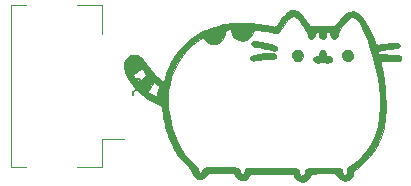
<source format=gbr>
%TF.GenerationSoftware,KiCad,Pcbnew,(5.1.6)-1*%
%TF.CreationDate,2020-09-08T20:54:55+07:00*%
%TF.ProjectId,RX_nrf24,52585f6e-7266-4323-942e-6b696361645f,rev?*%
%TF.SameCoordinates,Original*%
%TF.FileFunction,Legend,Bot*%
%TF.FilePolarity,Positive*%
%FSLAX46Y46*%
G04 Gerber Fmt 4.6, Leading zero omitted, Abs format (unit mm)*
G04 Created by KiCad (PCBNEW (5.1.6)-1) date 2020-09-08 20:54:55*
%MOMM*%
%LPD*%
G01*
G04 APERTURE LIST*
%ADD10C,0.010000*%
%ADD11C,0.120000*%
%ADD12C,0.150000*%
G04 APERTURE END LIST*
D10*
%TO.C,G\u002A\u002A\u002A*%
G36*
X172757238Y-96040081D02*
G01*
X172619901Y-96070710D01*
X172550125Y-96074916D01*
X172504078Y-96112161D01*
X172502500Y-96127999D01*
X172453256Y-96188470D01*
X172431690Y-96191500D01*
X172349831Y-96235070D01*
X172224332Y-96345291D01*
X172161815Y-96410528D01*
X172057202Y-96527345D01*
X171966581Y-96634845D01*
X171868298Y-96760840D01*
X171740696Y-96933143D01*
X171562119Y-97179564D01*
X171550979Y-97195001D01*
X171399918Y-97373446D01*
X171282931Y-97439340D01*
X171245531Y-97436309D01*
X171113948Y-97406995D01*
X170925262Y-97374846D01*
X170880708Y-97368355D01*
X170672398Y-97336953D01*
X170491329Y-97306220D01*
X170467958Y-97301776D01*
X170306031Y-97274940D01*
X170092463Y-97245253D01*
X170026000Y-97237008D01*
X169813669Y-97208393D01*
X169631130Y-97178550D01*
X169590550Y-97170480D01*
X169465641Y-97157876D01*
X169242561Y-97148644D01*
X168950094Y-97142755D01*
X168617022Y-97140177D01*
X168272129Y-97140880D01*
X167944199Y-97144834D01*
X167662015Y-97152006D01*
X167454360Y-97162366D01*
X167361543Y-97172866D01*
X167193660Y-97204000D01*
X166984802Y-97238166D01*
X166952558Y-97243044D01*
X166763557Y-97282395D01*
X166512879Y-97349477D01*
X166232948Y-97433772D01*
X165956187Y-97524760D01*
X165715018Y-97611920D01*
X165541862Y-97684733D01*
X165478902Y-97721183D01*
X165405742Y-97763926D01*
X165390500Y-97753734D01*
X165341273Y-97751922D01*
X165209202Y-97807232D01*
X165017704Y-97907234D01*
X164790198Y-98039497D01*
X164550099Y-98191590D01*
X164490561Y-98231452D01*
X164295703Y-98378023D01*
X164062505Y-98575505D01*
X163811522Y-98803780D01*
X163563310Y-99042732D01*
X163338423Y-99272243D01*
X163157418Y-99472194D01*
X163040849Y-99622470D01*
X163010530Y-99679969D01*
X162957933Y-99784565D01*
X162920378Y-99811000D01*
X162876465Y-99863718D01*
X162792165Y-100003603D01*
X162681878Y-100203246D01*
X162560009Y-100435239D01*
X162440959Y-100672177D01*
X162339131Y-100886650D01*
X162269689Y-101049250D01*
X162214342Y-101191646D01*
X162140332Y-101379188D01*
X162126337Y-101414374D01*
X162073940Y-101562420D01*
X162057196Y-101645775D01*
X162061621Y-101652499D01*
X162056881Y-101701210D01*
X162005052Y-101819983D01*
X161997414Y-101834949D01*
X161943537Y-101971255D01*
X161940749Y-102054633D01*
X161942866Y-102057199D01*
X161965838Y-102098726D01*
X161900799Y-102081303D01*
X161767724Y-102012826D01*
X161647355Y-101940367D01*
X161220374Y-101604885D01*
X161148686Y-101525650D01*
X160439402Y-101525650D01*
X160136826Y-101833012D01*
X159977818Y-101989360D01*
X159852170Y-102103430D01*
X159787242Y-102150437D01*
X159727825Y-102108672D01*
X159622095Y-101990140D01*
X159522009Y-101859789D01*
X159398161Y-101673379D01*
X159351646Y-101553959D01*
X159372757Y-101476036D01*
X159374864Y-101473430D01*
X159472532Y-101382881D01*
X159626012Y-101266064D01*
X159797215Y-101148945D01*
X159948049Y-101057495D01*
X160040422Y-101017682D01*
X160043628Y-101017500D01*
X160110708Y-101066128D01*
X160213862Y-101189659D01*
X160271263Y-101271575D01*
X160439402Y-101525650D01*
X161148686Y-101525650D01*
X160804471Y-101145200D01*
X160482367Y-100691374D01*
X160239291Y-100335580D01*
X160031350Y-100083029D01*
X159843374Y-99920355D01*
X159660190Y-99834190D01*
X159483116Y-99811000D01*
X159124711Y-99861574D01*
X158846214Y-100008249D01*
X158654182Y-100243451D01*
X158555167Y-100559609D01*
X158549348Y-100889821D01*
X158639640Y-101300865D01*
X158839967Y-101737373D01*
X159153310Y-102204306D01*
X159582650Y-102706625D01*
X159739000Y-102869527D01*
X160012174Y-103140916D01*
X160233971Y-103341318D01*
X160436742Y-103495234D01*
X160652842Y-103627166D01*
X160914622Y-103761617D01*
X160921088Y-103764763D01*
X161180246Y-103887974D01*
X161408161Y-103991252D01*
X161573297Y-104060562D01*
X161629971Y-104080230D01*
X161708078Y-104123686D01*
X161757403Y-104223900D01*
X161790715Y-104411541D01*
X161799210Y-104486744D01*
X161837695Y-104790347D01*
X161890681Y-105129501D01*
X161948783Y-105448154D01*
X161997137Y-105668875D01*
X162054501Y-105898902D01*
X162106469Y-106109309D01*
X162119104Y-106161000D01*
X162146873Y-106254849D01*
X162155080Y-106272125D01*
X162180314Y-106338467D01*
X162183750Y-106351500D01*
X162209539Y-106426410D01*
X162212421Y-106430875D01*
X162234012Y-106498089D01*
X162245308Y-106549821D01*
X162285918Y-106682073D01*
X162364496Y-106882085D01*
X162468459Y-107123012D01*
X162585223Y-107378010D01*
X162702204Y-107620233D01*
X162806820Y-107822839D01*
X162886485Y-107958981D01*
X162926268Y-108002500D01*
X162974740Y-108052324D01*
X162977500Y-108076104D01*
X163021005Y-108189044D01*
X163139872Y-108367936D01*
X163316629Y-108592067D01*
X163533806Y-108840723D01*
X163773930Y-109093190D01*
X164019532Y-109328756D01*
X164078699Y-109381663D01*
X164252427Y-109575784D01*
X164311000Y-109745786D01*
X164352375Y-109893493D01*
X164455337Y-110063756D01*
X164491760Y-110107800D01*
X164658585Y-110254425D01*
X164847009Y-110316349D01*
X164934849Y-110324424D01*
X165103879Y-110319846D01*
X165243944Y-110270547D01*
X165403226Y-110155862D01*
X165478209Y-110091371D01*
X165759239Y-109844000D01*
X167873481Y-109844000D01*
X167961283Y-110054140D01*
X168109485Y-110262746D01*
X168344588Y-110382283D01*
X168626722Y-110415500D01*
X168792172Y-110399291D01*
X168921211Y-110332735D01*
X169062689Y-110188937D01*
X169084109Y-110163683D01*
X169295750Y-109911866D01*
X171052111Y-109902372D01*
X171513961Y-109901407D01*
X171935430Y-109903448D01*
X172299478Y-109908179D01*
X172589070Y-109915284D01*
X172787169Y-109924445D01*
X172876736Y-109935347D01*
X172878772Y-109936327D01*
X172920052Y-110014067D01*
X172910648Y-110041947D01*
X172930649Y-110117040D01*
X173023976Y-110240680D01*
X173104633Y-110323309D01*
X173366186Y-110497722D01*
X173642059Y-110550071D01*
X173916986Y-110479392D01*
X174066996Y-110384022D01*
X174206905Y-110243979D01*
X174296356Y-110100116D01*
X174304032Y-110076386D01*
X174340654Y-109990765D01*
X174418108Y-109938286D01*
X174568289Y-109904718D01*
X174733226Y-109884909D01*
X174973704Y-109866855D01*
X175288883Y-109852873D01*
X175626480Y-109845005D01*
X175780435Y-109844000D01*
X176436239Y-109844000D01*
X176531851Y-110028893D01*
X176726717Y-110289029D01*
X176984275Y-110439100D01*
X177248164Y-110479000D01*
X177448915Y-110461941D01*
X177600848Y-110392406D01*
X177747601Y-110263099D01*
X177908109Y-110060212D01*
X177963197Y-109868963D01*
X177963500Y-109852849D01*
X177976891Y-109748214D01*
X178030216Y-109650331D01*
X178143203Y-109536230D01*
X178335580Y-109382944D01*
X178423875Y-109316856D01*
X178905991Y-108920993D01*
X179305379Y-108501176D01*
X179664510Y-108012138D01*
X179701586Y-107954972D01*
X180048560Y-107365019D01*
X180301174Y-106817300D01*
X180471182Y-106284275D01*
X180528366Y-106017510D01*
X180557123Y-105860358D01*
X180598719Y-105634218D01*
X180633445Y-105446010D01*
X180687188Y-105016267D01*
X180711775Y-104490038D01*
X180710689Y-104273261D01*
X180214233Y-104273261D01*
X180159026Y-105131896D01*
X180031990Y-105911401D01*
X179989668Y-106088587D01*
X179780343Y-106722719D01*
X179488990Y-107333961D01*
X179130778Y-107900661D01*
X178720878Y-108401168D01*
X178274462Y-108813831D01*
X177904702Y-109064197D01*
X177672491Y-109209534D01*
X177535578Y-109339393D01*
X177470937Y-109484440D01*
X177455500Y-109662481D01*
X177422958Y-109870574D01*
X177346015Y-109962460D01*
X177193573Y-109990989D01*
X177072274Y-109914863D01*
X177012785Y-109756424D01*
X177011000Y-109718366D01*
X177003521Y-109602673D01*
X176971578Y-109513719D01*
X176900912Y-109448560D01*
X176777262Y-109404254D01*
X176586371Y-109377859D01*
X176313978Y-109366431D01*
X175945825Y-109367028D01*
X175467652Y-109376707D01*
X175367593Y-109379218D01*
X174888330Y-109392434D01*
X174521130Y-109407175D01*
X174251083Y-109427436D01*
X174063276Y-109457210D01*
X173942798Y-109500493D01*
X173874736Y-109561278D01*
X173844179Y-109643561D01*
X173836214Y-109751335D01*
X173836000Y-109789481D01*
X173797824Y-109945890D01*
X173726515Y-110025960D01*
X173574318Y-110053699D01*
X173451980Y-109977945D01*
X173392864Y-109822157D01*
X173391500Y-109790402D01*
X173391175Y-109688488D01*
X173382172Y-109605918D01*
X173352449Y-109540766D01*
X173289965Y-109491103D01*
X173182680Y-109455004D01*
X173018551Y-109430541D01*
X172785537Y-109415788D01*
X172471598Y-109408818D01*
X172064691Y-109407704D01*
X171552776Y-109410520D01*
X171042000Y-109414441D01*
X168851250Y-109431250D01*
X168784528Y-109637672D01*
X168693581Y-109853274D01*
X168597036Y-109946619D01*
X168489463Y-109922449D01*
X168472942Y-109909733D01*
X168394058Y-109783981D01*
X168375000Y-109681075D01*
X168363968Y-109574237D01*
X168321379Y-109491761D01*
X168232994Y-109430569D01*
X168084576Y-109387584D01*
X167861885Y-109359727D01*
X167550685Y-109343922D01*
X167136735Y-109337090D01*
X166778565Y-109336000D01*
X166377476Y-109337843D01*
X166015683Y-109342991D01*
X165713872Y-109350867D01*
X165492728Y-109360895D01*
X165372937Y-109372500D01*
X165361578Y-109375451D01*
X165270362Y-109456940D01*
X165179633Y-109605991D01*
X165167083Y-109634338D01*
X165065348Y-109796755D01*
X164960399Y-109837189D01*
X164871307Y-109758687D01*
X164819000Y-109578732D01*
X164788976Y-109459548D01*
X164721856Y-109336971D01*
X164600953Y-109189485D01*
X164409580Y-108995578D01*
X164247500Y-108841935D01*
X163720275Y-108271047D01*
X163275104Y-107618741D01*
X162909836Y-106880091D01*
X162622322Y-106050173D01*
X162410409Y-105124061D01*
X162302691Y-104388523D01*
X162249975Y-103768080D01*
X162250772Y-103220949D01*
X162309376Y-102703367D01*
X162351740Y-102516718D01*
X161505447Y-102516718D01*
X161475824Y-102667350D01*
X161424569Y-102863014D01*
X161362627Y-103066610D01*
X161300945Y-103241039D01*
X161250469Y-103349199D01*
X161231406Y-103367000D01*
X161142167Y-103335078D01*
X160986893Y-103252854D01*
X160859369Y-103175797D01*
X160674363Y-103040038D01*
X160599307Y-102938895D01*
X160603355Y-102905922D01*
X160660687Y-102813421D01*
X160763562Y-102652797D01*
X160866810Y-102493924D01*
X161084784Y-102160598D01*
X161285017Y-102298735D01*
X161417775Y-102390193D01*
X161496075Y-102443890D01*
X161502491Y-102448218D01*
X161505447Y-102516718D01*
X162351740Y-102516718D01*
X162430079Y-102171569D01*
X162562344Y-101741842D01*
X162894380Y-100901546D01*
X163294947Y-100165109D01*
X163768301Y-99526859D01*
X164318699Y-98981119D01*
X164950398Y-98522215D01*
X165000738Y-98491402D01*
X165214226Y-98362282D01*
X165403502Y-98577856D01*
X165663600Y-98785422D01*
X165976395Y-98896056D01*
X166302953Y-98895996D01*
X166303256Y-98895939D01*
X166594769Y-98780951D01*
X166841588Y-98570881D01*
X167018894Y-98296079D01*
X167101868Y-97986897D01*
X167105001Y-97915445D01*
X167134626Y-97765459D01*
X167239381Y-97694402D01*
X167247875Y-97692023D01*
X167454306Y-97652639D01*
X167568453Y-97678384D01*
X167611063Y-97776478D01*
X167613000Y-97819129D01*
X167667588Y-98049868D01*
X167812294Y-98282607D01*
X168018536Y-98474195D01*
X168067710Y-98505586D01*
X168327942Y-98603321D01*
X168620073Y-98628606D01*
X168894327Y-98581734D01*
X169057876Y-98499747D01*
X169245739Y-98324088D01*
X169402079Y-98112986D01*
X169499384Y-97908103D01*
X169518000Y-97802946D01*
X169515968Y-97748054D01*
X169521014Y-97708940D01*
X169549859Y-97686269D01*
X169619219Y-97680704D01*
X169745813Y-97692910D01*
X169946360Y-97723551D01*
X170237577Y-97773290D01*
X170636183Y-97842792D01*
X170670258Y-97848713D01*
X170981011Y-97898801D01*
X171251122Y-97935117D01*
X171453562Y-97954534D01*
X171561305Y-97953921D01*
X171566364Y-97952441D01*
X171638092Y-97888798D01*
X171763535Y-97742451D01*
X171924707Y-97535518D01*
X172094791Y-97302597D01*
X172284410Y-97048916D01*
X172467214Y-96828561D01*
X172621192Y-96666714D01*
X172715331Y-96592702D01*
X172855026Y-96533952D01*
X172959051Y-96548753D01*
X173066646Y-96618605D01*
X173173566Y-96722807D01*
X173325480Y-96903672D01*
X173498176Y-97131373D01*
X173599946Y-97275516D01*
X173759500Y-97501755D01*
X173896998Y-97685101D01*
X173994401Y-97802139D01*
X174028571Y-97831916D01*
X174070279Y-97903100D01*
X174089802Y-98048322D01*
X174090000Y-98065505D01*
X174131009Y-98275484D01*
X174235741Y-98416246D01*
X174376756Y-98473928D01*
X174526615Y-98434668D01*
X174626150Y-98336370D01*
X174702635Y-98173909D01*
X174725000Y-98050620D01*
X174755079Y-97939445D01*
X174867536Y-97906206D01*
X174883750Y-97906000D01*
X174998178Y-97927191D01*
X175039216Y-98016434D01*
X175042500Y-98091964D01*
X175092095Y-98299295D01*
X175224501Y-98436596D01*
X175383586Y-98477499D01*
X175560160Y-98429991D01*
X175656538Y-98285689D01*
X175677500Y-98115550D01*
X175691131Y-97970805D01*
X175751180Y-97913891D01*
X175836250Y-97906000D01*
X175950678Y-97927191D01*
X175991716Y-98016434D01*
X175995000Y-98091964D01*
X176044595Y-98299295D01*
X176177001Y-98436596D01*
X176336086Y-98477499D01*
X176512382Y-98430195D01*
X176608722Y-98286229D01*
X176630001Y-98113731D01*
X176648285Y-97992160D01*
X176711559Y-97847949D01*
X176832448Y-97659158D01*
X177023582Y-97403843D01*
X177079890Y-97332030D01*
X177308675Y-97048461D01*
X177482669Y-96852824D01*
X177620700Y-96729569D01*
X177741600Y-96663143D01*
X177864198Y-96637995D01*
X177922628Y-96636000D01*
X178103474Y-96697621D01*
X178300216Y-96877885D01*
X178509570Y-97169891D01*
X178728255Y-97566736D01*
X178952987Y-98061521D01*
X179180486Y-98647343D01*
X179407467Y-99317302D01*
X179630649Y-100064496D01*
X179734785Y-100446000D01*
X179957888Y-101421864D01*
X180112764Y-102398315D01*
X180198513Y-103355424D01*
X180214233Y-104273261D01*
X180710689Y-104273261D01*
X180708787Y-103894061D01*
X180679804Y-103255077D01*
X180626403Y-102599824D01*
X180550166Y-101955040D01*
X180452671Y-101347465D01*
X180366910Y-100933838D01*
X180313360Y-100682874D01*
X180279182Y-100481233D01*
X180269017Y-100358735D01*
X180273982Y-100336852D01*
X180352339Y-100320367D01*
X180524694Y-100311453D01*
X180758303Y-100309591D01*
X181020422Y-100314260D01*
X181278307Y-100324941D01*
X181499214Y-100341115D01*
X181631322Y-100358393D01*
X181845232Y-100355980D01*
X181981541Y-100262080D01*
X182027500Y-100092722D01*
X182021931Y-99999255D01*
X181989006Y-99938785D01*
X181904402Y-99900974D01*
X181743795Y-99875481D01*
X181482860Y-99851966D01*
X181456000Y-99849786D01*
X180979122Y-99810986D01*
X180615258Y-99779665D01*
X180350863Y-99752724D01*
X180172394Y-99727063D01*
X180066305Y-99699584D01*
X180019053Y-99667187D01*
X180017093Y-99626774D01*
X180046881Y-99575246D01*
X180076910Y-99534244D01*
X180152303Y-99480089D01*
X180301963Y-99435264D01*
X180544121Y-99395712D01*
X180852750Y-99361607D01*
X181232922Y-99322648D01*
X181505027Y-99287227D01*
X181687655Y-99249524D01*
X181799394Y-99203719D01*
X181858833Y-99143993D01*
X181884560Y-99064527D01*
X181888317Y-99037407D01*
X181873821Y-98896976D01*
X181772089Y-98826302D01*
X181771235Y-98826031D01*
X181624329Y-98808693D01*
X181376904Y-98811582D01*
X181053503Y-98832817D01*
X180678669Y-98870519D01*
X180276945Y-98922806D01*
X180047010Y-98958143D01*
X179878082Y-98941643D01*
X179779062Y-98820374D01*
X179761719Y-98763250D01*
X179680995Y-98502363D01*
X179547858Y-98162623D01*
X179375027Y-97774204D01*
X179175221Y-97367278D01*
X179164573Y-97346642D01*
X178899355Y-96880315D01*
X178645687Y-96533028D01*
X178397028Y-96298116D01*
X178146836Y-96168916D01*
X177978613Y-96138369D01*
X177671967Y-96167087D01*
X177380509Y-96295199D01*
X177092460Y-96530608D01*
X176796041Y-96881216D01*
X176725250Y-96979254D01*
X176617541Y-97129451D01*
X176523274Y-97238614D01*
X176420442Y-97313287D01*
X176287035Y-97360016D01*
X176101043Y-97385347D01*
X175840457Y-97395823D01*
X175483267Y-97397992D01*
X175317178Y-97397999D01*
X174282302Y-97397999D01*
X174107371Y-97128124D01*
X174000224Y-96967018D01*
X173920421Y-96854602D01*
X173897035Y-96826500D01*
X173841702Y-96758452D01*
X173745781Y-96626295D01*
X173708273Y-96572500D01*
X173547652Y-96362893D01*
X173388990Y-96223705D01*
X173179736Y-96110649D01*
X173138238Y-96092109D01*
X172910714Y-96030510D01*
X172757238Y-96040081D01*
G37*
X172757238Y-96040081D02*
X172619901Y-96070710D01*
X172550125Y-96074916D01*
X172504078Y-96112161D01*
X172502500Y-96127999D01*
X172453256Y-96188470D01*
X172431690Y-96191500D01*
X172349831Y-96235070D01*
X172224332Y-96345291D01*
X172161815Y-96410528D01*
X172057202Y-96527345D01*
X171966581Y-96634845D01*
X171868298Y-96760840D01*
X171740696Y-96933143D01*
X171562119Y-97179564D01*
X171550979Y-97195001D01*
X171399918Y-97373446D01*
X171282931Y-97439340D01*
X171245531Y-97436309D01*
X171113948Y-97406995D01*
X170925262Y-97374846D01*
X170880708Y-97368355D01*
X170672398Y-97336953D01*
X170491329Y-97306220D01*
X170467958Y-97301776D01*
X170306031Y-97274940D01*
X170092463Y-97245253D01*
X170026000Y-97237008D01*
X169813669Y-97208393D01*
X169631130Y-97178550D01*
X169590550Y-97170480D01*
X169465641Y-97157876D01*
X169242561Y-97148644D01*
X168950094Y-97142755D01*
X168617022Y-97140177D01*
X168272129Y-97140880D01*
X167944199Y-97144834D01*
X167662015Y-97152006D01*
X167454360Y-97162366D01*
X167361543Y-97172866D01*
X167193660Y-97204000D01*
X166984802Y-97238166D01*
X166952558Y-97243044D01*
X166763557Y-97282395D01*
X166512879Y-97349477D01*
X166232948Y-97433772D01*
X165956187Y-97524760D01*
X165715018Y-97611920D01*
X165541862Y-97684733D01*
X165478902Y-97721183D01*
X165405742Y-97763926D01*
X165390500Y-97753734D01*
X165341273Y-97751922D01*
X165209202Y-97807232D01*
X165017704Y-97907234D01*
X164790198Y-98039497D01*
X164550099Y-98191590D01*
X164490561Y-98231452D01*
X164295703Y-98378023D01*
X164062505Y-98575505D01*
X163811522Y-98803780D01*
X163563310Y-99042732D01*
X163338423Y-99272243D01*
X163157418Y-99472194D01*
X163040849Y-99622470D01*
X163010530Y-99679969D01*
X162957933Y-99784565D01*
X162920378Y-99811000D01*
X162876465Y-99863718D01*
X162792165Y-100003603D01*
X162681878Y-100203246D01*
X162560009Y-100435239D01*
X162440959Y-100672177D01*
X162339131Y-100886650D01*
X162269689Y-101049250D01*
X162214342Y-101191646D01*
X162140332Y-101379188D01*
X162126337Y-101414374D01*
X162073940Y-101562420D01*
X162057196Y-101645775D01*
X162061621Y-101652499D01*
X162056881Y-101701210D01*
X162005052Y-101819983D01*
X161997414Y-101834949D01*
X161943537Y-101971255D01*
X161940749Y-102054633D01*
X161942866Y-102057199D01*
X161965838Y-102098726D01*
X161900799Y-102081303D01*
X161767724Y-102012826D01*
X161647355Y-101940367D01*
X161220374Y-101604885D01*
X161148686Y-101525650D01*
X160439402Y-101525650D01*
X160136826Y-101833012D01*
X159977818Y-101989360D01*
X159852170Y-102103430D01*
X159787242Y-102150437D01*
X159727825Y-102108672D01*
X159622095Y-101990140D01*
X159522009Y-101859789D01*
X159398161Y-101673379D01*
X159351646Y-101553959D01*
X159372757Y-101476036D01*
X159374864Y-101473430D01*
X159472532Y-101382881D01*
X159626012Y-101266064D01*
X159797215Y-101148945D01*
X159948049Y-101057495D01*
X160040422Y-101017682D01*
X160043628Y-101017500D01*
X160110708Y-101066128D01*
X160213862Y-101189659D01*
X160271263Y-101271575D01*
X160439402Y-101525650D01*
X161148686Y-101525650D01*
X160804471Y-101145200D01*
X160482367Y-100691374D01*
X160239291Y-100335580D01*
X160031350Y-100083029D01*
X159843374Y-99920355D01*
X159660190Y-99834190D01*
X159483116Y-99811000D01*
X159124711Y-99861574D01*
X158846214Y-100008249D01*
X158654182Y-100243451D01*
X158555167Y-100559609D01*
X158549348Y-100889821D01*
X158639640Y-101300865D01*
X158839967Y-101737373D01*
X159153310Y-102204306D01*
X159582650Y-102706625D01*
X159739000Y-102869527D01*
X160012174Y-103140916D01*
X160233971Y-103341318D01*
X160436742Y-103495234D01*
X160652842Y-103627166D01*
X160914622Y-103761617D01*
X160921088Y-103764763D01*
X161180246Y-103887974D01*
X161408161Y-103991252D01*
X161573297Y-104060562D01*
X161629971Y-104080230D01*
X161708078Y-104123686D01*
X161757403Y-104223900D01*
X161790715Y-104411541D01*
X161799210Y-104486744D01*
X161837695Y-104790347D01*
X161890681Y-105129501D01*
X161948783Y-105448154D01*
X161997137Y-105668875D01*
X162054501Y-105898902D01*
X162106469Y-106109309D01*
X162119104Y-106161000D01*
X162146873Y-106254849D01*
X162155080Y-106272125D01*
X162180314Y-106338467D01*
X162183750Y-106351500D01*
X162209539Y-106426410D01*
X162212421Y-106430875D01*
X162234012Y-106498089D01*
X162245308Y-106549821D01*
X162285918Y-106682073D01*
X162364496Y-106882085D01*
X162468459Y-107123012D01*
X162585223Y-107378010D01*
X162702204Y-107620233D01*
X162806820Y-107822839D01*
X162886485Y-107958981D01*
X162926268Y-108002500D01*
X162974740Y-108052324D01*
X162977500Y-108076104D01*
X163021005Y-108189044D01*
X163139872Y-108367936D01*
X163316629Y-108592067D01*
X163533806Y-108840723D01*
X163773930Y-109093190D01*
X164019532Y-109328756D01*
X164078699Y-109381663D01*
X164252427Y-109575784D01*
X164311000Y-109745786D01*
X164352375Y-109893493D01*
X164455337Y-110063756D01*
X164491760Y-110107800D01*
X164658585Y-110254425D01*
X164847009Y-110316349D01*
X164934849Y-110324424D01*
X165103879Y-110319846D01*
X165243944Y-110270547D01*
X165403226Y-110155862D01*
X165478209Y-110091371D01*
X165759239Y-109844000D01*
X167873481Y-109844000D01*
X167961283Y-110054140D01*
X168109485Y-110262746D01*
X168344588Y-110382283D01*
X168626722Y-110415500D01*
X168792172Y-110399291D01*
X168921211Y-110332735D01*
X169062689Y-110188937D01*
X169084109Y-110163683D01*
X169295750Y-109911866D01*
X171052111Y-109902372D01*
X171513961Y-109901407D01*
X171935430Y-109903448D01*
X172299478Y-109908179D01*
X172589070Y-109915284D01*
X172787169Y-109924445D01*
X172876736Y-109935347D01*
X172878772Y-109936327D01*
X172920052Y-110014067D01*
X172910648Y-110041947D01*
X172930649Y-110117040D01*
X173023976Y-110240680D01*
X173104633Y-110323309D01*
X173366186Y-110497722D01*
X173642059Y-110550071D01*
X173916986Y-110479392D01*
X174066996Y-110384022D01*
X174206905Y-110243979D01*
X174296356Y-110100116D01*
X174304032Y-110076386D01*
X174340654Y-109990765D01*
X174418108Y-109938286D01*
X174568289Y-109904718D01*
X174733226Y-109884909D01*
X174973704Y-109866855D01*
X175288883Y-109852873D01*
X175626480Y-109845005D01*
X175780435Y-109844000D01*
X176436239Y-109844000D01*
X176531851Y-110028893D01*
X176726717Y-110289029D01*
X176984275Y-110439100D01*
X177248164Y-110479000D01*
X177448915Y-110461941D01*
X177600848Y-110392406D01*
X177747601Y-110263099D01*
X177908109Y-110060212D01*
X177963197Y-109868963D01*
X177963500Y-109852849D01*
X177976891Y-109748214D01*
X178030216Y-109650331D01*
X178143203Y-109536230D01*
X178335580Y-109382944D01*
X178423875Y-109316856D01*
X178905991Y-108920993D01*
X179305379Y-108501176D01*
X179664510Y-108012138D01*
X179701586Y-107954972D01*
X180048560Y-107365019D01*
X180301174Y-106817300D01*
X180471182Y-106284275D01*
X180528366Y-106017510D01*
X180557123Y-105860358D01*
X180598719Y-105634218D01*
X180633445Y-105446010D01*
X180687188Y-105016267D01*
X180711775Y-104490038D01*
X180710689Y-104273261D01*
X180214233Y-104273261D01*
X180159026Y-105131896D01*
X180031990Y-105911401D01*
X179989668Y-106088587D01*
X179780343Y-106722719D01*
X179488990Y-107333961D01*
X179130778Y-107900661D01*
X178720878Y-108401168D01*
X178274462Y-108813831D01*
X177904702Y-109064197D01*
X177672491Y-109209534D01*
X177535578Y-109339393D01*
X177470937Y-109484440D01*
X177455500Y-109662481D01*
X177422958Y-109870574D01*
X177346015Y-109962460D01*
X177193573Y-109990989D01*
X177072274Y-109914863D01*
X177012785Y-109756424D01*
X177011000Y-109718366D01*
X177003521Y-109602673D01*
X176971578Y-109513719D01*
X176900912Y-109448560D01*
X176777262Y-109404254D01*
X176586371Y-109377859D01*
X176313978Y-109366431D01*
X175945825Y-109367028D01*
X175467652Y-109376707D01*
X175367593Y-109379218D01*
X174888330Y-109392434D01*
X174521130Y-109407175D01*
X174251083Y-109427436D01*
X174063276Y-109457210D01*
X173942798Y-109500493D01*
X173874736Y-109561278D01*
X173844179Y-109643561D01*
X173836214Y-109751335D01*
X173836000Y-109789481D01*
X173797824Y-109945890D01*
X173726515Y-110025960D01*
X173574318Y-110053699D01*
X173451980Y-109977945D01*
X173392864Y-109822157D01*
X173391500Y-109790402D01*
X173391175Y-109688488D01*
X173382172Y-109605918D01*
X173352449Y-109540766D01*
X173289965Y-109491103D01*
X173182680Y-109455004D01*
X173018551Y-109430541D01*
X172785537Y-109415788D01*
X172471598Y-109408818D01*
X172064691Y-109407704D01*
X171552776Y-109410520D01*
X171042000Y-109414441D01*
X168851250Y-109431250D01*
X168784528Y-109637672D01*
X168693581Y-109853274D01*
X168597036Y-109946619D01*
X168489463Y-109922449D01*
X168472942Y-109909733D01*
X168394058Y-109783981D01*
X168375000Y-109681075D01*
X168363968Y-109574237D01*
X168321379Y-109491761D01*
X168232994Y-109430569D01*
X168084576Y-109387584D01*
X167861885Y-109359727D01*
X167550685Y-109343922D01*
X167136735Y-109337090D01*
X166778565Y-109336000D01*
X166377476Y-109337843D01*
X166015683Y-109342991D01*
X165713872Y-109350867D01*
X165492728Y-109360895D01*
X165372937Y-109372500D01*
X165361578Y-109375451D01*
X165270362Y-109456940D01*
X165179633Y-109605991D01*
X165167083Y-109634338D01*
X165065348Y-109796755D01*
X164960399Y-109837189D01*
X164871307Y-109758687D01*
X164819000Y-109578732D01*
X164788976Y-109459548D01*
X164721856Y-109336971D01*
X164600953Y-109189485D01*
X164409580Y-108995578D01*
X164247500Y-108841935D01*
X163720275Y-108271047D01*
X163275104Y-107618741D01*
X162909836Y-106880091D01*
X162622322Y-106050173D01*
X162410409Y-105124061D01*
X162302691Y-104388523D01*
X162249975Y-103768080D01*
X162250772Y-103220949D01*
X162309376Y-102703367D01*
X162351740Y-102516718D01*
X161505447Y-102516718D01*
X161475824Y-102667350D01*
X161424569Y-102863014D01*
X161362627Y-103066610D01*
X161300945Y-103241039D01*
X161250469Y-103349199D01*
X161231406Y-103367000D01*
X161142167Y-103335078D01*
X160986893Y-103252854D01*
X160859369Y-103175797D01*
X160674363Y-103040038D01*
X160599307Y-102938895D01*
X160603355Y-102905922D01*
X160660687Y-102813421D01*
X160763562Y-102652797D01*
X160866810Y-102493924D01*
X161084784Y-102160598D01*
X161285017Y-102298735D01*
X161417775Y-102390193D01*
X161496075Y-102443890D01*
X161502491Y-102448218D01*
X161505447Y-102516718D01*
X162351740Y-102516718D01*
X162430079Y-102171569D01*
X162562344Y-101741842D01*
X162894380Y-100901546D01*
X163294947Y-100165109D01*
X163768301Y-99526859D01*
X164318699Y-98981119D01*
X164950398Y-98522215D01*
X165000738Y-98491402D01*
X165214226Y-98362282D01*
X165403502Y-98577856D01*
X165663600Y-98785422D01*
X165976395Y-98896056D01*
X166302953Y-98895996D01*
X166303256Y-98895939D01*
X166594769Y-98780951D01*
X166841588Y-98570881D01*
X167018894Y-98296079D01*
X167101868Y-97986897D01*
X167105001Y-97915445D01*
X167134626Y-97765459D01*
X167239381Y-97694402D01*
X167247875Y-97692023D01*
X167454306Y-97652639D01*
X167568453Y-97678384D01*
X167611063Y-97776478D01*
X167613000Y-97819129D01*
X167667588Y-98049868D01*
X167812294Y-98282607D01*
X168018536Y-98474195D01*
X168067710Y-98505586D01*
X168327942Y-98603321D01*
X168620073Y-98628606D01*
X168894327Y-98581734D01*
X169057876Y-98499747D01*
X169245739Y-98324088D01*
X169402079Y-98112986D01*
X169499384Y-97908103D01*
X169518000Y-97802946D01*
X169515968Y-97748054D01*
X169521014Y-97708940D01*
X169549859Y-97686269D01*
X169619219Y-97680704D01*
X169745813Y-97692910D01*
X169946360Y-97723551D01*
X170237577Y-97773290D01*
X170636183Y-97842792D01*
X170670258Y-97848713D01*
X170981011Y-97898801D01*
X171251122Y-97935117D01*
X171453562Y-97954534D01*
X171561305Y-97953921D01*
X171566364Y-97952441D01*
X171638092Y-97888798D01*
X171763535Y-97742451D01*
X171924707Y-97535518D01*
X172094791Y-97302597D01*
X172284410Y-97048916D01*
X172467214Y-96828561D01*
X172621192Y-96666714D01*
X172715331Y-96592702D01*
X172855026Y-96533952D01*
X172959051Y-96548753D01*
X173066646Y-96618605D01*
X173173566Y-96722807D01*
X173325480Y-96903672D01*
X173498176Y-97131373D01*
X173599946Y-97275516D01*
X173759500Y-97501755D01*
X173896998Y-97685101D01*
X173994401Y-97802139D01*
X174028571Y-97831916D01*
X174070279Y-97903100D01*
X174089802Y-98048322D01*
X174090000Y-98065505D01*
X174131009Y-98275484D01*
X174235741Y-98416246D01*
X174376756Y-98473928D01*
X174526615Y-98434668D01*
X174626150Y-98336370D01*
X174702635Y-98173909D01*
X174725000Y-98050620D01*
X174755079Y-97939445D01*
X174867536Y-97906206D01*
X174883750Y-97906000D01*
X174998178Y-97927191D01*
X175039216Y-98016434D01*
X175042500Y-98091964D01*
X175092095Y-98299295D01*
X175224501Y-98436596D01*
X175383586Y-98477499D01*
X175560160Y-98429991D01*
X175656538Y-98285689D01*
X175677500Y-98115550D01*
X175691131Y-97970805D01*
X175751180Y-97913891D01*
X175836250Y-97906000D01*
X175950678Y-97927191D01*
X175991716Y-98016434D01*
X175995000Y-98091964D01*
X176044595Y-98299295D01*
X176177001Y-98436596D01*
X176336086Y-98477499D01*
X176512382Y-98430195D01*
X176608722Y-98286229D01*
X176630001Y-98113731D01*
X176648285Y-97992160D01*
X176711559Y-97847949D01*
X176832448Y-97659158D01*
X177023582Y-97403843D01*
X177079890Y-97332030D01*
X177308675Y-97048461D01*
X177482669Y-96852824D01*
X177620700Y-96729569D01*
X177741600Y-96663143D01*
X177864198Y-96637995D01*
X177922628Y-96636000D01*
X178103474Y-96697621D01*
X178300216Y-96877885D01*
X178509570Y-97169891D01*
X178728255Y-97566736D01*
X178952987Y-98061521D01*
X179180486Y-98647343D01*
X179407467Y-99317302D01*
X179630649Y-100064496D01*
X179734785Y-100446000D01*
X179957888Y-101421864D01*
X180112764Y-102398315D01*
X180198513Y-103355424D01*
X180214233Y-104273261D01*
X180710689Y-104273261D01*
X180708787Y-103894061D01*
X180679804Y-103255077D01*
X180626403Y-102599824D01*
X180550166Y-101955040D01*
X180452671Y-101347465D01*
X180366910Y-100933838D01*
X180313360Y-100682874D01*
X180279182Y-100481233D01*
X180269017Y-100358735D01*
X180273982Y-100336852D01*
X180352339Y-100320367D01*
X180524694Y-100311453D01*
X180758303Y-100309591D01*
X181020422Y-100314260D01*
X181278307Y-100324941D01*
X181499214Y-100341115D01*
X181631322Y-100358393D01*
X181845232Y-100355980D01*
X181981541Y-100262080D01*
X182027500Y-100092722D01*
X182021931Y-99999255D01*
X181989006Y-99938785D01*
X181904402Y-99900974D01*
X181743795Y-99875481D01*
X181482860Y-99851966D01*
X181456000Y-99849786D01*
X180979122Y-99810986D01*
X180615258Y-99779665D01*
X180350863Y-99752724D01*
X180172394Y-99727063D01*
X180066305Y-99699584D01*
X180019053Y-99667187D01*
X180017093Y-99626774D01*
X180046881Y-99575246D01*
X180076910Y-99534244D01*
X180152303Y-99480089D01*
X180301963Y-99435264D01*
X180544121Y-99395712D01*
X180852750Y-99361607D01*
X181232922Y-99322648D01*
X181505027Y-99287227D01*
X181687655Y-99249524D01*
X181799394Y-99203719D01*
X181858833Y-99143993D01*
X181884560Y-99064527D01*
X181888317Y-99037407D01*
X181873821Y-98896976D01*
X181772089Y-98826302D01*
X181771235Y-98826031D01*
X181624329Y-98808693D01*
X181376904Y-98811582D01*
X181053503Y-98832817D01*
X180678669Y-98870519D01*
X180276945Y-98922806D01*
X180047010Y-98958143D01*
X179878082Y-98941643D01*
X179779062Y-98820374D01*
X179761719Y-98763250D01*
X179680995Y-98502363D01*
X179547858Y-98162623D01*
X179375027Y-97774204D01*
X179175221Y-97367278D01*
X179164573Y-97346642D01*
X178899355Y-96880315D01*
X178645687Y-96533028D01*
X178397028Y-96298116D01*
X178146836Y-96168916D01*
X177978613Y-96138369D01*
X177671967Y-96167087D01*
X177380509Y-96295199D01*
X177092460Y-96530608D01*
X176796041Y-96881216D01*
X176725250Y-96979254D01*
X176617541Y-97129451D01*
X176523274Y-97238614D01*
X176420442Y-97313287D01*
X176287035Y-97360016D01*
X176101043Y-97385347D01*
X175840457Y-97395823D01*
X175483267Y-97397992D01*
X175317178Y-97397999D01*
X174282302Y-97397999D01*
X174107371Y-97128124D01*
X174000224Y-96967018D01*
X173920421Y-96854602D01*
X173897035Y-96826500D01*
X173841702Y-96758452D01*
X173745781Y-96626295D01*
X173708273Y-96572500D01*
X173547652Y-96362893D01*
X173388990Y-96223705D01*
X173179736Y-96110649D01*
X173138238Y-96092109D01*
X172910714Y-96030510D01*
X172757238Y-96040081D01*
G36*
X175236822Y-99427954D02*
G01*
X175132149Y-99554999D01*
X175093947Y-99731813D01*
X175072046Y-99886849D01*
X175020858Y-99948949D01*
X174909294Y-99952164D01*
X174894181Y-99950618D01*
X174687775Y-99969925D01*
X174566823Y-100059804D01*
X174539957Y-100189695D01*
X174615806Y-100329039D01*
X174759280Y-100428244D01*
X174937638Y-100494946D01*
X175085483Y-100491436D01*
X175180521Y-100461277D01*
X175395826Y-100421675D01*
X175491318Y-100448310D01*
X175724610Y-100506575D01*
X175963947Y-100456626D01*
X176044371Y-100410649D01*
X176164693Y-100272857D01*
X176177167Y-100130282D01*
X176096074Y-100012980D01*
X175935694Y-99951009D01*
X175825820Y-99950618D01*
X175706783Y-99951284D01*
X175651123Y-99896353D01*
X175627751Y-99751772D01*
X175626054Y-99731813D01*
X175569992Y-99524558D01*
X175455093Y-99409860D01*
X175299492Y-99401879D01*
X175236822Y-99427954D01*
G37*
X175236822Y-99427954D02*
X175132149Y-99554999D01*
X175093947Y-99731813D01*
X175072046Y-99886849D01*
X175020858Y-99948949D01*
X174909294Y-99952164D01*
X174894181Y-99950618D01*
X174687775Y-99969925D01*
X174566823Y-100059804D01*
X174539957Y-100189695D01*
X174615806Y-100329039D01*
X174759280Y-100428244D01*
X174937638Y-100494946D01*
X175085483Y-100491436D01*
X175180521Y-100461277D01*
X175395826Y-100421675D01*
X175491318Y-100448310D01*
X175724610Y-100506575D01*
X175963947Y-100456626D01*
X176044371Y-100410649D01*
X176164693Y-100272857D01*
X176177167Y-100130282D01*
X176096074Y-100012980D01*
X175935694Y-99951009D01*
X175825820Y-99950618D01*
X175706783Y-99951284D01*
X175651123Y-99896353D01*
X175627751Y-99751772D01*
X175626054Y-99731813D01*
X175569992Y-99524558D01*
X175455093Y-99409860D01*
X175299492Y-99401879D01*
X175236822Y-99427954D01*
G36*
X177358192Y-99395100D02*
G01*
X177166864Y-99522363D01*
X177034866Y-99728965D01*
X177018878Y-99947506D01*
X177114035Y-100150964D01*
X177308451Y-100308627D01*
X177449438Y-100368709D01*
X177569001Y-100362779D01*
X177646000Y-100337450D01*
X177839073Y-100209412D01*
X177949059Y-100020269D01*
X177969511Y-99806051D01*
X177893982Y-99602784D01*
X177796187Y-99498108D01*
X177572946Y-99383574D01*
X177358192Y-99395100D01*
G37*
X177358192Y-99395100D02*
X177166864Y-99522363D01*
X177034866Y-99728965D01*
X177018878Y-99947506D01*
X177114035Y-100150964D01*
X177308451Y-100308627D01*
X177449438Y-100368709D01*
X177569001Y-100362779D01*
X177646000Y-100337450D01*
X177839073Y-100209412D01*
X177949059Y-100020269D01*
X177969511Y-99806051D01*
X177893982Y-99602784D01*
X177796187Y-99498108D01*
X177572946Y-99383574D01*
X177358192Y-99395100D01*
G36*
X172923814Y-99498108D02*
G01*
X172792822Y-99664425D01*
X172757091Y-99856645D01*
X172800635Y-100048760D01*
X172907471Y-100214762D01*
X173061612Y-100328642D01*
X173247074Y-100364393D01*
X173423250Y-100310709D01*
X173618518Y-100143291D01*
X173705979Y-99935949D01*
X173681193Y-99715638D01*
X173553137Y-99522363D01*
X173351054Y-99391436D01*
X173135742Y-99386387D01*
X172923814Y-99498108D01*
G37*
X172923814Y-99498108D02*
X172792822Y-99664425D01*
X172757091Y-99856645D01*
X172800635Y-100048760D01*
X172907471Y-100214762D01*
X173061612Y-100328642D01*
X173247074Y-100364393D01*
X173423250Y-100310709D01*
X173618518Y-100143291D01*
X173705979Y-99935949D01*
X173681193Y-99715638D01*
X173553137Y-99522363D01*
X173351054Y-99391436D01*
X173135742Y-99386387D01*
X172923814Y-99498108D01*
G36*
X170561138Y-99695829D02*
G01*
X170443193Y-99700937D01*
X169952679Y-99739758D01*
X169583341Y-99803252D01*
X169335994Y-99891055D01*
X169211450Y-100002806D01*
X169210522Y-100138140D01*
X169266532Y-100226800D01*
X169350578Y-100288513D01*
X169482809Y-100307638D01*
X169690998Y-100285332D01*
X169867250Y-100251857D01*
X170051787Y-100226717D01*
X170313680Y-100207104D01*
X170603305Y-100196486D01*
X170671682Y-100195659D01*
X170993857Y-100189251D01*
X171209604Y-100170928D01*
X171339371Y-100134418D01*
X171403605Y-100073448D01*
X171422753Y-99981746D01*
X171423000Y-99965190D01*
X171398966Y-99844418D01*
X171316423Y-99761320D01*
X171159711Y-99711671D01*
X170913170Y-99691249D01*
X170561138Y-99695829D01*
G37*
X170561138Y-99695829D02*
X170443193Y-99700937D01*
X169952679Y-99739758D01*
X169583341Y-99803252D01*
X169335994Y-99891055D01*
X169211450Y-100002806D01*
X169210522Y-100138140D01*
X169266532Y-100226800D01*
X169350578Y-100288513D01*
X169482809Y-100307638D01*
X169690998Y-100285332D01*
X169867250Y-100251857D01*
X170051787Y-100226717D01*
X170313680Y-100207104D01*
X170603305Y-100196486D01*
X170671682Y-100195659D01*
X170993857Y-100189251D01*
X171209604Y-100170928D01*
X171339371Y-100134418D01*
X171403605Y-100073448D01*
X171422753Y-99981746D01*
X171423000Y-99965190D01*
X171398966Y-99844418D01*
X171316423Y-99761320D01*
X171159711Y-99711671D01*
X170913170Y-99691249D01*
X170561138Y-99695829D01*
G36*
X169411587Y-98708560D02*
G01*
X169345000Y-98777419D01*
X169327500Y-98886022D01*
X169351870Y-99007523D01*
X169438540Y-99092539D01*
X169607852Y-99151543D01*
X169880148Y-99195006D01*
X169941184Y-99201935D01*
X170216134Y-99243358D01*
X170535246Y-99307930D01*
X170781755Y-99369037D01*
X171059319Y-99442968D01*
X171242469Y-99480616D01*
X171358120Y-99483217D01*
X171433188Y-99452008D01*
X171483972Y-99401297D01*
X171538328Y-99262929D01*
X171470317Y-99131396D01*
X171284490Y-99008921D01*
X170985395Y-98897728D01*
X170577584Y-98800038D01*
X170093298Y-98721726D01*
X169766999Y-98684733D01*
X169546008Y-98679004D01*
X169411587Y-98708560D01*
G37*
X169411587Y-98708560D02*
X169345000Y-98777419D01*
X169327500Y-98886022D01*
X169351870Y-99007523D01*
X169438540Y-99092539D01*
X169607852Y-99151543D01*
X169880148Y-99195006D01*
X169941184Y-99201935D01*
X170216134Y-99243358D01*
X170535246Y-99307930D01*
X170781755Y-99369037D01*
X171059319Y-99442968D01*
X171242469Y-99480616D01*
X171358120Y-99483217D01*
X171433188Y-99452008D01*
X171483972Y-99401297D01*
X171538328Y-99262929D01*
X171470317Y-99131396D01*
X171284490Y-99008921D01*
X170985395Y-98897728D01*
X170577584Y-98800038D01*
X170093298Y-98721726D01*
X169766999Y-98684733D01*
X169546008Y-98679004D01*
X169411587Y-98708560D01*
D11*
%TO.C,J6*%
X148940000Y-95640000D02*
X150240000Y-95640000D01*
X148940000Y-109360000D02*
X148940000Y-95640000D01*
X150240000Y-109360000D02*
X148940000Y-109360000D01*
X156660000Y-95640000D02*
X156660000Y-98090000D01*
X154560000Y-95640000D02*
X156660000Y-95640000D01*
X156660000Y-106910000D02*
X158550000Y-106910000D01*
X156660000Y-109360000D02*
X156660000Y-106910000D01*
X154560000Y-109360000D02*
X156660000Y-109360000D01*
D12*
X160292619Y-102833333D02*
X159578333Y-102833333D01*
X159435476Y-102880952D01*
X159340238Y-102976190D01*
X159292619Y-103119047D01*
X159292619Y-103214285D01*
X160292619Y-101928571D02*
X160292619Y-102119047D01*
X160245000Y-102214285D01*
X160197380Y-102261904D01*
X160054523Y-102357142D01*
X159864047Y-102404761D01*
X159483095Y-102404761D01*
X159387857Y-102357142D01*
X159340238Y-102309523D01*
X159292619Y-102214285D01*
X159292619Y-102023809D01*
X159340238Y-101928571D01*
X159387857Y-101880952D01*
X159483095Y-101833333D01*
X159721190Y-101833333D01*
X159816428Y-101880952D01*
X159864047Y-101928571D01*
X159911666Y-102023809D01*
X159911666Y-102214285D01*
X159864047Y-102309523D01*
X159816428Y-102357142D01*
X159721190Y-102404761D01*
%TD*%
M02*

</source>
